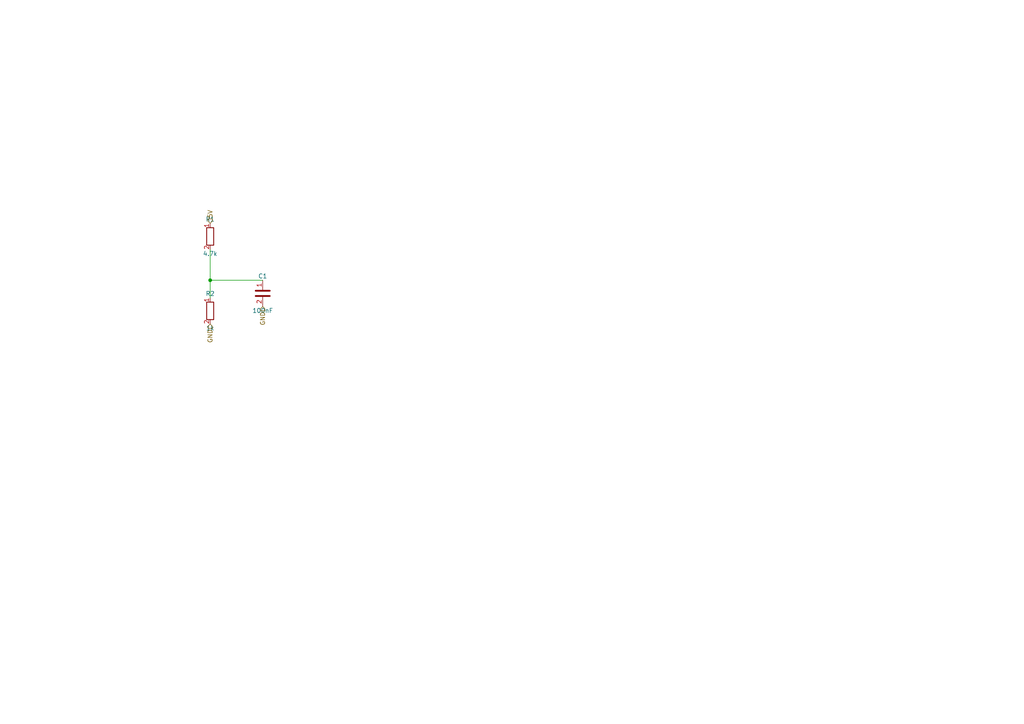
<source format=kicad_sch>
(kicad_sch (version 20250114) (generator "eeschema") (generator_version 9.0)
  (paper A4)
  (lib_symbols
    (symbol "Device:R" (pin_numbers (hide no)) (pin_names (offset 0.254))
      (property "Reference" "R" (at 0 0 0))
      (property "Value" "R" (at 0 -2.54 0))
      (symbol "R_0_1"
        (rectangle (start -1.016 -2.54) (end 1.016 2.54) (stroke (width 0.254)))
      )
      (symbol "R_1_1"
        (pin passive line (at 0.0 3.81 270.0) (length 1.27) (name ~) (number "1"))
        (pin passive line (at 0.0 -3.81 90.0) (length 1.27) (name ~) (number "2"))
      )
    )
    (symbol "Device:C" (pin_numbers (hide no)) (pin_names (offset 0.254))
      (property "Reference" "C" (at 0 0 0))
      (property "Value" "C" (at 0 -2.54 0))
      (symbol "C_0_1"
        (polyline (pts (xy -2.032 0.762) (xy 2.032 0.762)) (stroke (width 0.508)))
        (polyline (pts (xy -2.032 -0.762) (xy 2.032 -0.762)) (stroke (width 0.508)))
      )
      (symbol "C_1_1"
        (pin passive line (at 0.0 3.81 270.0) (length 2.794) (name ~) (number "1"))
        (pin passive line (at 0.0 -3.81 90.0) (length 2.794) (name ~) (number "2"))
      )
    )
  )
  (title_block (title resistor_divider) (date 2025-07-26) (company Circuit-Synth))
  (symbol (lib_id Device:R) (at 60.96 90.17 0)
    (property "Reference" "R2" (at 60.96 85.17 0))
    (property "Value" "1k" (at 60.96 95.17 0))
    (property "Footprint" "Resistor_SMD:R_0603_1608Metric" (effects (hide yes)))
    (instances (project "090c2e97-1b39-4ce2-a8e2-7c82eb1d5b33" (path "" (reference R2) (unit 1))))
  )
  (symbol (lib_id Device:C) (at 76.2 85.09 0)
    (property "Reference" "C1" (at 76.2 80.09 0))
    (property "Value" "100nF" (at 76.2 90.09 0))
    (property "Footprint" "Capacitor_SMD:C_0603_1608Metric" (effects (hide yes)))
    (instances (project "090c2e97-1b39-4ce2-a8e2-7c82eb1d5b33" (path "" (reference C1) (unit 1))))
  )
  (symbol (lib_id Device:R) (at 60.96 68.58 0)
    (property "Reference" "R1" (at 60.96 63.58 0))
    (property "Value" "4.7k" (at 60.96 73.58 0))
    (property "Footprint" "Resistor_SMD:R_0603_1608Metric" (effects (hide yes)))
    (instances (project "090c2e97-1b39-4ce2-a8e2-7c82eb1d5b33" (path "" (reference R1) (unit 1))))
  )
  (wire (pts (xy 60.96 81.28) (xy 60.96 72.39)))
  (wire (pts (xy 76.2 81.28) (xy 60.96 81.28)))
  (wire (pts (xy 60.96 81.28) (xy 60.96 86.36)))
  (hierarchical_label 5V (shape input) (at 60.96 64.77 90))
  (hierarchical_label GND (shape input) (at 60.96 93.98 270))
  (hierarchical_label GND (shape input) (at 76.2 88.9 270))
  (junction (at 60.96 81.28))
)
</source>
